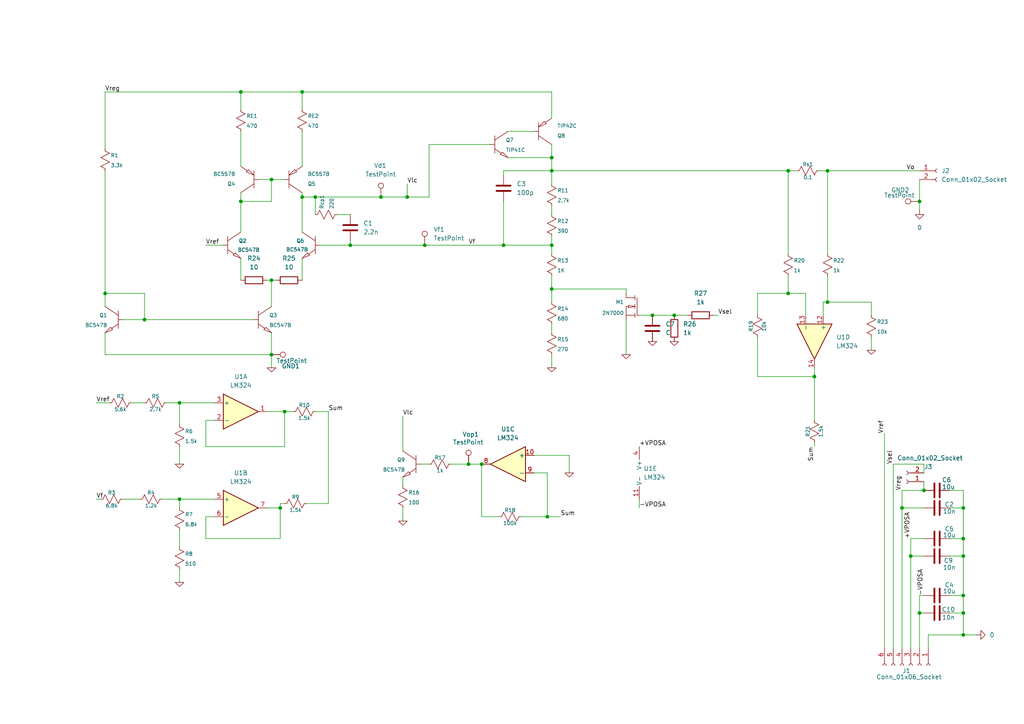
<source format=kicad_sch>
(kicad_sch (version 20231120) (generator "eeschema") (generator_version "8.0")
  (paper "A4")
  (lib_symbols
    (symbol "Amplifier_Operational:LM324" (pin_names (offset 0.127))
      (property "Reference" "U" (at 0 5.08 0))
      (property "Value" "LM324" (at 0 -5.08 0))
      (symbol "LM324_1_1"
        (polyline (pts (xy -5.08 5.08) (xy 5.08 0) (xy -5.08 -5.08) (xy -5.08 5.08)) (stroke (width 0.254)) (fill (type background)))
        (pin output line (at 7.62 0 180) (length 2.54) (name "~") (number "1"))
        (pin input line (at -7.62 -2.54 0) (length 2.54) (name "-") (number "2"))
        (pin input line (at -7.62 2.54 0) (length 2.54) (name "+") (number "3"))
      )
      (symbol "LM324_2_1"
        (polyline (pts (xy -5.08 5.08) (xy 5.08 0) (xy -5.08 -5.08) (xy -5.08 5.08)) (stroke (width 0.254)) (fill (type background)))
        (pin input line (at -7.62 2.54 0) (length 2.54) (name "+") (number "5"))
        (pin input line (at -7.62 -2.54 0) (length 2.54) (name "-") (number "6"))
        (pin output line (at 7.62 0 180) (length 2.54) (name "~") (number "7"))
      )
      (symbol "LM324_3_1"
        (polyline (pts (xy -5.08 5.08) (xy 5.08 0) (xy -5.08 -5.08) (xy -5.08 5.08)) (stroke (width 0.254)) (fill (type background)))
        (pin input line (at -7.62 2.54 0) (length 2.54) (name "+") (number "10"))
        (pin output line (at 7.62 0 180) (length 2.54) (name "~") (number "8"))
        (pin input line (at -7.62 -2.54 0) (length 2.54) (name "-") (number "9"))
      )
      (symbol "LM324_4_1"
        (polyline (pts (xy -5.08 5.08) (xy 5.08 0) (xy -5.08 -5.08) (xy -5.08 5.08)) (stroke (width 0.254)) (fill (type background)))
        (pin input line (at -7.62 2.54 0) (length 2.54) (name "+") (number "12"))
        (pin input line (at -7.62 -2.54 0) (length 2.54) (name "-") (number "13"))
        (pin output line (at 7.62 0 180) (length 2.54) (name "~") (number "14"))
      )
      (symbol "LM324_5_1"
        (pin power_in line (at -2.54 -7.62 90) (length 3.81) (name "V-") (number "11"))
        (pin power_in line (at -2.54 7.62 270) (length 3.81) (name "V+") (number "4"))
      )
    )
    (symbol "Connector:Conn_01x02_Socket" (pin_names (offset 1.016) hide)
      (property "Reference" "J" (at 0 2.54 0))
      (property "Value" "Conn_01x02_Socket" (at 0 -5.08 0))
      (symbol "Conn_01x02_Socket_1_1"
        (arc (start 0 -2.032) (mid -0.5058 -2.54) (end 0 -3.048) (stroke (width 0.1524)))
        (polyline (pts (xy -1.27 -2.54) (xy -0.508 -2.54)) (stroke (width 0.1524)))
        (polyline (pts (xy -1.27 0) (xy -0.508 0)) (stroke (width 0.1524)))
        (arc (start 0 0.508) (mid -0.5058 0) (end 0 -0.508) (stroke (width 0.1524)))
        (pin passive line (at -5.08 0 0) (length 3.81) (name "Pin_1") (number "1"))
        (pin passive line (at -5.08 -2.54 0) (length 3.81) (name "Pin_2") (number "2"))
      )
    )
    (symbol "Connector:Conn_01x06_Socket" (pin_names (offset 1.016) hide)
      (property "Reference" "J" (at 0 7.62 0))
      (property "Value" "Conn_01x06_Socket" (at 0 -10.16 0))
      (symbol "Conn_01x06_Socket_1_1"
        (arc (start 0 -7.112) (mid -0.5058 -7.62) (end 0 -8.128) (stroke (width 0.1524)))
        (arc (start 0 -4.572) (mid -0.5058 -5.08) (end 0 -5.588) (stroke (width 0.1524)))
        (arc (start 0 -2.032) (mid -0.5058 -2.54) (end 0 -3.048) (stroke (width 0.1524)))
        (polyline (pts (xy -1.27 -7.62) (xy -0.508 -7.62)) (stroke (width 0.1524)))
        (polyline (pts (xy -1.27 -5.08) (xy -0.508 -5.08)) (stroke (width 0.1524)))
        (polyline (pts (xy -1.27 -2.54) (xy -0.508 -2.54)) (stroke (width 0.1524)))
        (polyline (pts (xy -1.27 0) (xy -0.508 0)) (stroke (width 0.1524)))
        (polyline (pts (xy -1.27 2.54) (xy -0.508 2.54)) (stroke (width 0.1524)))
        (polyline (pts (xy -1.27 5.08) (xy -0.508 5.08)) (stroke (width 0.1524)))
        (arc (start 0 0.508) (mid -0.5058 0) (end 0 -0.508) (stroke (width 0.1524)))
        (arc (start 0 3.048) (mid -0.5058 2.54) (end 0 2.032) (stroke (width 0.1524)))
        (arc (start 0 5.588) (mid -0.5058 5.08) (end 0 4.572) (stroke (width 0.1524)))
        (pin passive line (at -5.08 5.08 0) (length 3.81) (name "Pin_1") (number "1"))
        (pin passive line (at -5.08 2.54 0) (length 3.81) (name "Pin_2") (number "2"))
        (pin passive line (at -5.08 0 0) (length 3.81) (name "Pin_3") (number "3"))
        (pin passive line (at -5.08 -2.54 0) (length 3.81) (name "Pin_4") (number "4"))
        (pin passive line (at -5.08 -5.08 0) (length 3.81) (name "Pin_5") (number "5"))
        (pin passive line (at -5.08 -7.62 0) (length 3.81) (name "Pin_6") (number "6"))
      )
    )
    (symbol "Connector:TestPoint" (pin_numbers hide) (pin_names (offset 0.762) hide)
      (property "Reference" "TP" (at 0 6.858 0))
      (property "Value" "TestPoint" (at 0 5.08 0))
      (symbol "TestPoint_0_1"
        (circle (center 0 3.302) (radius 0.762))
      )
      (symbol "TestPoint_1_1"
        (pin passive line (at 0 0 90) (length 2.54) (name "1") (number "1"))
      )
    )
    (symbol "Device:C" (pin_numbers hide) (pin_names (offset 0.254))
      (property "Reference" "C" (at 0.635 2.54 0))
      (property "Value" "C" (at 0.635 -2.54 0))
      (symbol "C_0_1"
        (polyline (pts (xy -2.032 -0.762) (xy 2.032 -0.762)) (stroke (width 0.508)))
        (polyline (pts (xy -2.032 0.762) (xy 2.032 0.762)) (stroke (width 0.508)))
      )
      (symbol "C_1_1"
        (pin passive line (at 0 3.81 270) (length 2.794) (name "~") (number "1"))
        (pin passive line (at 0 -3.81 90) (length 2.794) (name "~") (number "2"))
      )
    )
    (symbol "Device:R" (pin_numbers hide) (pin_names (offset 0))
      (property "Reference" "R" (at 2.032 0 90))
      (property "Value" "R" (at 0 0 90))
      (symbol "R_0_1"
        (rectangle (start -1.016 -2.54) (end 1.016 2.54) (stroke (width 0.254)))
      )
      (symbol "R_1_1"
        (pin passive line (at 0 3.81 270) (length 1.27) (name "~") (number "1"))
        (pin passive line (at 0 -3.81 90) (length 1.27) (name "~") (number "2"))
      )
    )
    (symbol "ltspice:GND" (power)
      (symbol "GND_0_0"
        (polyline (pts (xy 1.27 0) (xy -1.27 0) (xy 0 -1.1938) (xy 1.27 0) (xy -1.27 0) (xy 0 -1.1938)) (stroke (width 0.1524)))
        (pin power_in line (at 0 0 0) (length 0.0005) (name "") (number ""))
      )
    )
    (symbol "ltspice:nmos" (pin_numbers hide)
      (symbol "nmos_0_0"
        (polyline (pts (xy 0.635 -6.35) (xy 0 -6.35)) (stroke (width 0.1524)))
        (polyline (pts (xy 0.635 -6.35) (xy 0.635 -1.27)) (stroke (width 0.1524)))
        (polyline (pts (xy 1.27 -6.985) (xy 1.27 -5.715)) (stroke (width 0.1524)))
        (polyline (pts (xy 1.27 -4.445) (xy 1.27 -3.175)) (stroke (width 0.1524)))
        (polyline (pts (xy 1.27 -1.905) (xy 1.27 -0.635)) (stroke (width 0.1524)))
        (polyline (pts (xy 1.27 -1.27) (xy 3.81 -1.27)) (stroke (width 0.1524)))
        (polyline (pts (xy 3.175 -4.1402) (xy 1.27 -3.81)) (stroke (width 0.1524)))
        (polyline (pts (xy 3.175 -4.1402) (xy 3.175 -3.5052)) (stroke (width 0.1524)))
        (polyline (pts (xy 3.175 -3.5052) (xy 1.27 -3.81)) (stroke (width 0.1524)))
        (polyline (pts (xy 3.81 -7.62) (xy 3.81 -3.81)) (stroke (width 0.1524)))
        (polyline (pts (xy 3.81 -6.35) (xy 1.27 -6.35)) (stroke (width 0.1524)))
        (polyline (pts (xy 3.81 -3.81) (xy 3.175 -3.81)) (stroke (width 0.1524)))
        (polyline (pts (xy 3.81 -1.27) (xy 3.81 0)) (stroke (width 0.1524)))
        (pin passive line (at 3.81 0 0) (length 0.0005) (name "D") (number "1"))
        (pin passive line (at 0 -6.35 0) (length 0.0005) (name "G") (number "2"))
        (pin passive line (at 3.81 -7.62 0) (length 0.0005) (name "S") (number "3"))
      )
    )
    (symbol "ltspice:npn" (pin_numbers hide)
      (symbol "npn_0_0"
        (polyline (pts (xy 0 -3.81) (xy 1.27 -3.81)) (stroke (width 0.1524)))
        (polyline (pts (xy 1.27 -5.08) (xy 3.175 -6.35)) (stroke (width 0.1524)))
        (polyline (pts (xy 1.27 -1.27) (xy 1.27 -6.35)) (stroke (width 0.1524)))
        (polyline (pts (xy 2.8702 -6.6802) (xy 3.5052 -6.0452)) (stroke (width 0.1524)))
        (polyline (pts (xy 2.8702 -6.6802) (xy 5.08 -7.62)) (stroke (width 0.1524)))
        (polyline (pts (xy 3.5052 -6.0452) (xy 5.08 -7.62)) (stroke (width 0.1524)))
        (polyline (pts (xy 5.08 0) (xy 1.27 -2.54)) (stroke (width 0.1524)))
        (pin passive line (at 5.08 0 0) (length 0.0005) (name "C") (number "1"))
        (pin passive line (at 0 -3.81 0) (length 0.0005) (name "B") (number "2"))
        (pin passive line (at 5.08 -7.62 0) (length 0.0005) (name "E") (number "3"))
      )
    )
    (symbol "ltspice:pnp" (pin_numbers hide)
      (symbol "pnp_0_0"
        (polyline (pts (xy 0 -3.81) (xy 1.27 -3.81)) (stroke (width 0.1524)))
        (polyline (pts (xy 1.27 -1.27) (xy 1.27 -6.35)) (stroke (width 0.1524)))
        (polyline (pts (xy 2.8702 -6.6802) (xy 1.27 -5.08)) (stroke (width 0.1524)))
        (polyline (pts (xy 2.8702 -6.6802) (xy 3.5052 -6.0452)) (stroke (width 0.1524)))
        (polyline (pts (xy 3.5052 -6.0452) (xy 1.27 -5.08)) (stroke (width 0.1524)))
        (polyline (pts (xy 5.08 -7.62) (xy 3.175 -6.35)) (stroke (width 0.1524)))
        (polyline (pts (xy 5.08 0) (xy 1.27 -2.54)) (stroke (width 0.1524)))
        (pin passive line (at 5.08 0 0) (length 0.0005) (name "C") (number "1"))
        (pin passive line (at 0 -3.81 0) (length 0.0005) (name "B") (number "2"))
        (pin passive line (at 5.08 -7.62 0) (length 0.0005) (name "E") (number "3"))
      )
    )
    (symbol "ltspice:res" (pin_numbers hide)
      (symbol "res_0_0"
        (polyline (pts (xy 0 -6.35) (xy 2.54 -5.08)) (stroke (width 0.1524)))
        (polyline (pts (xy 0 -3.81) (xy 2.54 -2.54)) (stroke (width 0.1524)))
        (polyline (pts (xy 1.27 -7.62) (xy 1.27 -6.985)) (stroke (width 0.1524)))
        (polyline (pts (xy 1.27 -6.985) (xy 0 -6.35)) (stroke (width 0.1524)))
        (polyline (pts (xy 1.27 -1.905) (xy 1.27 -1.27)) (stroke (width 0.1524)))
        (polyline (pts (xy 2.54 -5.08) (xy 0 -3.81)) (stroke (width 0.1524)))
        (polyline (pts (xy 2.54 -2.54) (xy 1.27 -1.905)) (stroke (width 0.1524)))
        (pin passive line (at 1.27 -1.27 0) (length 0.0005) (name "") (number "1"))
        (pin passive line (at 1.27 -7.62 0) (length 0.0005) (name "") (number "2"))
      )
    )
    (symbol "power:GND" (power) (pin_numbers hide) (pin_names (offset 0) hide)
      (property "Value" "GND" (at 0 -3.81 0))
      (symbol "GND_0_1"
        (polyline (pts (xy 0 0) (xy 0 -1.27) (xy 1.27 -1.27) (xy 0 -2.54) (xy -1.27 -1.27) (xy 0 -1.27)))
      )
      (symbol "GND_1_1"
        (pin power_in line (at 0 0 270) (length 0) (name "~") (number "1"))
      )
    )
  )
  (junction (at 135.89 134.62))
  (junction (at 279.4 172.72))
  (junction (at 279.4 184.15))
  (junction (at 160.02 45.72))
  (junction (at 160.02 49.53))
  (junction (at 240.03 49.53))
  (junction (at 266.7 58.42))
  (junction (at 139.7 134.62))
  (junction (at 146.05 71.12))
  (junction (at 267.97 142.24))
  (junction (at 87.63 26.67))
  (junction (at 228.6 85.09))
  (junction (at 69.85 58.42))
  (junction (at 279.4 156.21))
  (junction (at 81.28 147.32))
  (junction (at 279.4 177.8))
  (junction (at 228.6 49.53))
  (junction (at 41.91 92.71))
  (junction (at 261.62 147.32))
  (junction (at 30.48 85.09))
  (junction (at 266.7 177.8))
  (junction (at 123.19 71.12))
  (junction (at 101.6 71.12))
  (junction (at 52.07 116.84))
  (junction (at 78.74 102.87))
  (junction (at 195.58 91.44))
  (junction (at 279.4 161.29))
  (junction (at 158.75 149.86))
  (junction (at 236.22 109.22))
  (junction (at 87.63 57.15))
  (junction (at 118.11 57.15))
  (junction (at 279.4 147.32))
  (junction (at 160.02 83.82))
  (junction (at 240.03 87.63))
  (junction (at 110.49 57.15))
  (junction (at 189.23 91.44))
  (junction (at 52.07 144.78))
  (junction (at 78.74 52.07))
  (junction (at 160.02 71.12))
  (junction (at 69.85 26.67))
  (junction (at 78.74 81.28))
  (junction (at 82.55 119.38))
  (junction (at 91.44 57.15))
  (junction (at 264.16 161.29))
  (wire (pts (xy 30.48 102.87) (xy 30.48 96.52)) (stroke (width 0.1524)))
  (wire (pts (xy 181.61 83.82) (xy 160.02 83.82)) (stroke (width 0.1524)))
  (wire (pts (xy 87.63 57.15) (xy 87.63 55.88)) (stroke (width 0.1524)))
  (wire (pts (xy 52.07 147.32) (xy 52.07 144.78)) (stroke (width 0.1524)))
  (wire (pts (xy 87.63 57.15) (xy 87.63 67.31)) (stroke (width 0.1524)))
  (wire (pts (xy 233.68 91.44) (xy 233.68 85.09)) (stroke (width 0.1524)))
  (wire (pts (xy 158.75 149.86) (xy 151.13 149.86)) (stroke (width 0.1524)))
  (wire (pts (xy 78.74 58.42) (xy 69.85 58.42)) (stroke (width 0.1524)))
  (wire (pts (xy 69.85 48.26) (xy 69.85 38.1)) (stroke (width 0.1524)))
  (wire (pts (xy 266.7 52.07) (xy 266.7 58.42)))
  (wire (pts (xy 261.62 147.32) (xy 261.62 187.96)))
  (wire (pts (xy 95.25 146.05) (xy 95.25 119.38)) (stroke (width 0.1524)))
  (wire (pts (xy 259.08 134.62) (xy 267.97 134.62)))
  (wire (pts (xy 52.07 144.78) (xy 46.99 144.78)) (stroke (width 0.1524)))
  (wire (pts (xy 275.59 156.21) (xy 279.4 156.21)))
  (wire (pts (xy 256.54 125.73) (xy 256.54 187.96)))
  (wire (pts (xy 275.59 142.24) (xy 279.4 142.24)))
  (wire (pts (xy 82.55 119.38) (xy 85.09 119.38)) (stroke (width 0.1524)))
  (wire (pts (xy 165.1 132.08) (xy 165.1 137.16)) (stroke (width 0.1524)))
  (wire (pts (xy 240.03 49.53) (xy 237.49 49.53)) (stroke (width 0.1524)))
  (wire (pts (xy 62.23 144.78) (xy 52.07 144.78)) (stroke (width 0.1524)))
  (wire (pts (xy 240.03 49.53) (xy 240.03 73.66)) (stroke (width 0.1524)))
  (wire (pts (xy 279.4 177.8) (xy 279.4 184.15)))
  (wire (pts (xy 228.6 85.09) (xy 228.6 80.01)) (stroke (width 0.1524)))
  (wire (pts (xy 146.05 58.42) (xy 146.05 71.12)))
  (wire (pts (xy 146.05 49.53) (xy 160.02 49.53)))
  (wire (pts (xy 160.02 96.52) (xy 160.02 93.98)) (stroke (width 0.1524)))
  (wire (pts (xy 160.02 68.58) (xy 160.02 71.12)) (stroke (width 0.1524)))
  (wire (pts (xy 228.6 49.53) (xy 231.14 49.53)) (stroke (width 0.1524)))
  (wire (pts (xy 41.91 92.71) (xy 35.56 92.71)) (stroke (width 0.1524)))
  (wire (pts (xy 87.63 77.47) (xy 87.63 74.93)) (stroke (width 0.1524)))
  (wire (pts (xy 189.23 91.44) (xy 185.42 91.44)) (stroke (width 0.1524)))
  (wire (pts (xy 87.63 48.26) (xy 87.63 38.1)) (stroke (width 0.1524)))
  (wire (pts (xy 91.44 57.15) (xy 110.49 57.15)))
  (wire (pts (xy 27.94 116.84) (xy 31.75 116.84)) (stroke (width 0.1524)))
  (wire (pts (xy 87.63 31.75) (xy 87.63 26.67)) (stroke (width 0.1524)))
  (wire (pts (xy 240.03 87.63) (xy 240.03 80.01)) (stroke (width 0.1524)))
  (wire (pts (xy 52.07 134.62) (xy 52.07 129.54)) (stroke (width 0.1524)))
  (wire (pts (xy 30.48 85.09) (xy 30.48 49.53)) (stroke (width 0.1524)))
  (wire (pts (xy 87.63 26.67) (xy 69.85 26.67)) (stroke (width 0.1524)))
  (wire (pts (xy 236.22 109.22) (xy 236.22 121.92)) (stroke (width 0.1524)))
  (wire (pts (xy 124.46 134.62) (xy 121.92 134.62)) (stroke (width 0.1524)))
  (wire (pts (xy 279.4 184.15) (xy 269.24 184.15)))
  (wire (pts (xy 130.81 134.62) (xy 135.89 134.62)) (stroke (width 0.1524)))
  (wire (pts (xy 275.59 172.72) (xy 279.4 172.72)))
  (wire (pts (xy 77.47 147.32) (xy 81.28 147.32)) (stroke (width 0.1524)))
  (wire (pts (xy 236.22 128.27) (xy 236.22 129.54)) (stroke (width 0.1524)))
  (wire (pts (xy 41.91 92.71) (xy 41.91 85.09)) (stroke (width 0.1524)))
  (wire (pts (xy 160.02 49.53) (xy 160.02 45.72)) (stroke (width 0.1524)))
  (wire (pts (xy 279.4 156.21) (xy 279.4 161.29)))
  (wire (pts (xy 146.05 50.8) (xy 146.05 49.53)))
  (wire (pts (xy 139.7 134.62) (xy 139.7 149.86)) (stroke (width 0.1524)))
  (wire (pts (xy 91.44 57.15) (xy 91.44 62.23)))
  (wire (pts (xy 116.84 151.13) (xy 116.84 147.32)) (stroke (width 0.1524)))
  (wire (pts (xy 62.23 116.84) (xy 52.07 116.84)) (stroke (width 0.1524)))
  (wire (pts (xy 266.7 177.8) (xy 267.97 177.8)))
  (wire (pts (xy 77.47 119.38) (xy 82.55 119.38)) (stroke (width 0.1524)))
  (wire (pts (xy 261.62 142.24) (xy 261.62 147.32)))
  (wire (pts (xy 97.79 62.23) (xy 101.6 62.23)))
  (wire (pts (xy 269.24 184.15) (xy 269.24 187.96)))
  (wire (pts (xy 81.28 147.32) (xy 81.28 156.21)) (stroke (width 0.1524)))
  (wire (pts (xy 238.76 91.44) (xy 238.76 87.63)) (stroke (width 0.1524)))
  (wire (pts (xy 123.19 71.12) (xy 146.05 71.12)) (stroke (width 0.1524)))
  (wire (pts (xy 95.25 146.05) (xy 88.9 146.05)) (stroke (width 0.1524)))
  (wire (pts (xy 160.02 106.68) (xy 160.02 102.87)) (stroke (width 0.1524)))
  (wire (pts (xy 267.97 134.62) (xy 267.97 137.16)))
  (wire (pts (xy 181.61 102.87) (xy 181.61 92.71)) (stroke (width 0.1524)))
  (wire (pts (xy 266.7 177.8) (xy 266.7 187.96)))
  (wire (pts (xy 30.48 43.18) (xy 30.48 26.67)) (stroke (width 0.1524)))
  (wire (pts (xy 279.4 147.32) (xy 279.4 156.21)))
  (wire (pts (xy 228.6 49.53) (xy 228.6 73.66)) (stroke (width 0.1524)))
  (wire (pts (xy 52.07 153.67) (xy 52.07 158.75)))
  (wire (pts (xy 52.07 123.19) (xy 52.07 116.84)) (stroke (width 0.1524)))
  (wire (pts (xy 41.91 116.84) (xy 38.1 116.84)) (stroke (width 0.1524)))
  (wire (pts (xy 59.69 71.12) (xy 64.77 71.12)) (stroke (width 0.1524)))
  (wire (pts (xy 160.02 53.34) (xy 160.02 49.53)) (stroke (width 0.1524)))
  (wire (pts (xy 35.56 144.78) (xy 40.64 144.78)))
  (wire (pts (xy 160.02 83.82) (xy 160.02 80.01)) (stroke (width 0.1524)))
  (wire (pts (xy 275.59 161.29) (xy 279.4 161.29)))
  (wire (pts (xy 142.24 41.91) (xy 124.46 41.91)) (stroke (width 0.1524)))
  (wire (pts (xy 87.63 57.15) (xy 91.44 57.15)) (stroke (width 0.1524)))
  (wire (pts (xy 81.28 156.21) (xy 59.69 156.21)) (stroke (width 0.1524)))
  (wire (pts (xy 78.74 58.42) (xy 78.74 52.07)) (stroke (width 0.1524)))
  (wire (pts (xy 116.84 140.97) (xy 116.84 138.43)) (stroke (width 0.1524)))
  (wire (pts (xy 228.6 85.09) (xy 233.68 85.09)) (stroke (width 0.1524)))
  (wire (pts (xy 283.21 184.15) (xy 279.4 184.15)))
  (wire (pts (xy 135.89 134.62) (xy 139.7 134.62)) (stroke (width 0.1524)))
  (wire (pts (xy 158.75 137.16) (xy 154.94 137.16)) (stroke (width 0.1524)))
  (wire (pts (xy 82.55 129.54) (xy 82.55 119.38)) (stroke (width 0.1524)))
  (wire (pts (xy 275.59 177.8) (xy 279.4 177.8)))
  (wire (pts (xy 160.02 45.72) (xy 147.32 45.72)) (stroke (width 0.1524)))
  (wire (pts (xy 160.02 34.29) (xy 160.02 26.67)) (stroke (width 0.1524)))
  (wire (pts (xy 207.01 91.44) (xy 208.28 91.44)))
  (wire (pts (xy 261.62 142.24) (xy 267.97 142.24)))
  (wire (pts (xy 266.7 172.72) (xy 266.7 177.8)))
  (wire (pts (xy 252.73 87.63) (xy 252.73 91.44)) (stroke (width 0.1524)))
  (wire (pts (xy 264.16 161.29) (xy 264.16 187.96)))
  (wire (pts (xy 219.71 97.79) (xy 219.71 109.22)) (stroke (width 0.1524)))
  (wire (pts (xy 81.28 146.05) (xy 81.28 147.32)) (stroke (width 0.1524)))
  (wire (pts (xy 52.07 165.1) (xy 52.07 168.91)))
  (wire (pts (xy 59.69 129.54) (xy 59.69 121.92)) (stroke (width 0.1524)))
  (wire (pts (xy 101.6 69.85) (xy 101.6 71.12)))
  (wire (pts (xy 82.55 146.05) (xy 81.28 146.05)) (stroke (width 0.1524)))
  (wire (pts (xy 77.47 81.28) (xy 78.74 81.28)))
  (wire (pts (xy 266.7 172.72) (xy 267.97 172.72)))
  (wire (pts (xy 219.71 85.09) (xy 228.6 85.09)) (stroke (width 0.1524)))
  (wire (pts (xy 154.94 132.08) (xy 165.1 132.08)) (stroke (width 0.1524)))
  (wire (pts (xy 95.25 119.38) (xy 91.44 119.38)) (stroke (width 0.1524)))
  (wire (pts (xy 279.4 161.29) (xy 279.4 172.72)))
  (wire (pts (xy 236.22 106.68) (xy 236.22 109.22)) (stroke (width 0.1524)))
  (wire (pts (xy 101.6 71.12) (xy 123.19 71.12)) (stroke (width 0.1524)))
  (wire (pts (xy 261.62 147.32) (xy 267.97 147.32)))
  (wire (pts (xy 219.71 109.22) (xy 236.22 109.22)) (stroke (width 0.1524)))
  (wire (pts (xy 92.71 71.12) (xy 101.6 71.12)) (stroke (width 0.1524)))
  (wire (pts (xy 185.42 147.32) (xy 185.42 144.78)))
  (wire (pts (xy 78.74 81.28) (xy 80.01 81.28)))
  (wire (pts (xy 238.76 87.63) (xy 240.03 87.63)) (stroke (width 0.1524)))
  (wire (pts (xy 158.75 149.86) (xy 162.56 149.86)) (stroke (width 0.1524)))
  (wire (pts (xy 78.74 102.87) (xy 78.74 96.52)) (stroke (width 0.1524)))
  (wire (pts (xy 160.02 26.67) (xy 87.63 26.67)) (stroke (width 0.1524)))
  (wire (pts (xy 160.02 49.53) (xy 228.6 49.53)) (stroke (width 0.1524)))
  (wire (pts (xy 279.4 172.72) (xy 279.4 177.8)))
  (wire (pts (xy 154.94 38.1) (xy 147.32 38.1)) (stroke (width 0.1524)))
  (wire (pts (xy 78.74 106.68) (xy 78.74 102.87)) (stroke (width 0.1524)))
  (wire (pts (xy 87.63 77.47) (xy 87.63 81.28)))
  (wire (pts (xy 41.91 85.09) (xy 30.48 85.09)) (stroke (width 0.1524)))
  (wire (pts (xy 78.74 81.28) (xy 78.74 88.9)))
  (wire (pts (xy 69.85 67.31) (xy 69.85 58.42)) (stroke (width 0.1524)))
  (wire (pts (xy 69.85 74.93) (xy 69.85 81.28)) (stroke (width 0.1524)))
  (wire (pts (xy 69.85 58.42) (xy 69.85 55.88)) (stroke (width 0.1524)))
  (wire (pts (xy 264.16 161.29) (xy 267.97 161.29)))
  (wire (pts (xy 195.58 91.44) (xy 199.39 91.44)))
  (wire (pts (xy 59.69 156.21) (xy 59.69 149.86)) (stroke (width 0.1524)))
  (wire (pts (xy 267.97 139.7) (xy 267.97 142.24)))
  (wire (pts (xy 279.4 142.24) (xy 279.4 147.32)))
  (wire (pts (xy 240.03 87.63) (xy 252.73 87.63)) (stroke (width 0.1524)))
  (wire (pts (xy 110.49 57.15) (xy 118.11 57.15)))
  (wire (pts (xy 69.85 31.75) (xy 69.85 26.67)) (stroke (width 0.1524)))
  (wire (pts (xy 29.21 144.78) (xy 27.94 144.78)) (stroke (width 0.1524)))
  (wire (pts (xy 160.02 87.63) (xy 160.02 83.82)) (stroke (width 0.1524)))
  (wire (pts (xy 82.55 129.54) (xy 59.69 129.54)) (stroke (width 0.1524)))
  (wire (pts (xy 160.02 62.23) (xy 160.02 59.69)) (stroke (width 0.1524)))
  (wire (pts (xy 118.11 57.15) (xy 124.46 57.15)) (stroke (width 0.1524)))
  (wire (pts (xy 252.73 97.79) (xy 252.73 101.6)))
  (wire (pts (xy 181.61 85.09) (xy 181.61 83.82)) (stroke (width 0.1524)))
  (wire (pts (xy 219.71 85.09) (xy 219.71 91.44)) (stroke (width 0.1524)))
  (wire (pts (xy 78.74 102.87) (xy 30.48 102.87)) (stroke (width 0.1524)))
  (wire (pts (xy 240.03 49.53) (xy 266.7 49.53)) (stroke (width 0.1524)))
  (wire (pts (xy 124.46 57.15) (xy 124.46 41.91)) (stroke (width 0.1524)))
  (wire (pts (xy 82.55 52.07) (xy 78.74 52.07)) (stroke (width 0.1524)))
  (wire (pts (xy 264.16 156.21) (xy 264.16 161.29)))
  (wire (pts (xy 264.16 156.21) (xy 267.97 156.21)))
  (wire (pts (xy 259.08 134.62) (xy 259.08 187.96)))
  (wire (pts (xy 116.84 130.81) (xy 116.84 120.65)) (stroke (width 0.1524)))
  (wire (pts (xy 146.05 71.12) (xy 160.02 71.12)) (stroke (width 0.1524)))
  (wire (pts (xy 275.59 147.32) (xy 279.4 147.32)))
  (wire (pts (xy 78.74 52.07) (xy 74.93 52.07)) (stroke (width 0.1524)))
  (wire (pts (xy 160.02 71.12) (xy 160.02 73.66)) (stroke (width 0.1524)))
  (wire (pts (xy 158.75 137.16) (xy 158.75 149.86)) (stroke (width 0.1524)))
  (wire (pts (xy 266.7 58.42) (xy 266.7 60.96)))
  (wire (pts (xy 30.48 88.9) (xy 30.48 85.09)) (stroke (width 0.1524)))
  (wire (pts (xy 73.66 92.71) (xy 41.91 92.71)) (stroke (width 0.1524)))
  (wire (pts (xy 52.07 116.84) (xy 48.26 116.84)) (stroke (width 0.1524)))
  (wire (pts (xy 118.11 57.15) (xy 118.11 53.34)) (stroke (width 0.1524)))
  (wire (pts (xy 195.58 91.44) (xy 189.23 91.44)) (stroke (width 0.1524)))
  (wire (pts (xy 59.69 121.92) (xy 62.23 121.92)) (stroke (width 0.1524)))
  (wire (pts (xy 69.85 26.67) (xy 30.48 26.67)) (stroke (width 0.1524)))
  (wire (pts (xy 160.02 45.72) (xy 160.02 41.91)) (stroke (width 0.1524)))
  (wire (pts (xy 144.78 149.86) (xy 139.7 149.86)) (stroke (width 0.1524)))
  (wire (pts (xy 62.23 149.86) (xy 59.69 149.86)) (stroke (width 0.1524)))
  (label "Vlc" (at 118.11 53.34 0))
  (label "Vref" (at 256.54 125.73 90))
  (label "-VPOSA" (at 185.42 147.32 0))
  (label "Vref" (at 59.69 71.12 0))
  (label "Vf" (at 27.94 144.78 0))
  (label "Vref" (at 27.94 116.84 0))
  (label "Vsel" (at 208.28 91.44 0))
  (label "Vreg" (at 261.62 142.24 90))
  (label "Vsel" (at 259.08 134.62 90))
  (label "Vreg" (at 30.48 26.67 0))
  (label "Sum" (at 162.56 149.86 0))
  (label "+VPOSA" (at 185.42 129.54 0))
  (label "+VPOSA" (at 264.16 156.21 90))
  (label "Sum" (at 95.25 119.38 0))
  (label "Vlc" (at 116.84 120.65 0))
  (label "Vf" (at 135.89 71.12 0))
  (label "Sum" (at 236.22 129.54 270))
  (label "-VPOSA" (at 267.97 172.72 90))
  (label "Vo" (at 262.89 49.53 0))
  (symbol (lib_id "ltspice:res") (at 50.8 146.05 0) (unit 1)
    (property "Reference" "R7" (at 53.6702 149.225 0) (effects (font (size 1.0668 1.0668)) (justify left)))
    (property "Value" "6.8k" (at 53.6702 152.0952 0) (effects (font (size 1.0668 1.0668)) (justify left)))
    (property "Footprint" "Resistor_THT:R_Axial_DIN0207_L6.3mm_D2.5mm_P7.62mm_Horizontal" (effects (hide yes)))
    (property "Sim.Device" "R" (effects (hide yes)))
    (property "Sim.Params" "R=${VALUE}" (effects (hide yes)))
  )
  (symbol (lib_id "Device:C") (at 101.6 66.04 0) (unit 1)
    (property "Reference" "C1" (at 105.41 64.7699 0) (effects (justify left)))
    (property "Value" "2.2n" (at 105.41 67.3099 0) (effects (justify left)))
    (property "Footprint" "Capacitor_THT:C_Disc_D3.4mm_W2.1mm_P2.50mm" (effects (hide yes)))
    (property "Description" "Unpolarized capacitor" (effects (hide yes)))
  )
  (symbol (lib_id "ltspice:res") (at 238.76 72.39 0) (unit 1)
    (property "Reference" "R22" (at 241.6302 75.565 0) (effects (font (size 1.0668 1.0668)) (justify left)))
    (property "Value" "1k" (at 241.6302 78.4352 0) (effects (font (size 1.0668 1.0668)) (justify left)))
    (property "Footprint" "Resistor_THT:R_Axial_DIN0207_L6.3mm_D2.5mm_P7.62mm_Horizontal" (effects (hide yes)))
    (property "Sim.Device" "R" (effects (hide yes)))
    (property "Sim.Params" "R=${VALUE}" (effects (hide yes)))
  )
  (symbol (lib_id "Device:C") (at 271.78 156.21 90) (unit 1)
    (property "Reference" "C5" (at 275.336 153.416 90))
    (property "Value" "10u" (at 275.336 155.194 90))
    (property "Footprint" "Capacitor_THT:CP_Radial_D5.0mm_P2.50mm" (effects (hide yes)))
    (property "Description" "Unpolarized capacitor" (effects (hide yes)))
  )
  (symbol (lib_id "ltspice:npn") (at 142.24 38.1 0) (unit 1)
    (property "Reference" "Q7" (at 146.685 40.64 0) (effects (font (size 1.0668 1.0668)) (justify left)))
    (property "Value" "TIP41C" (at 146.685 43.5102 0) (effects (font (size 1.0668 1.0668)) (justify left)))
    (property "Footprint" "Package_TO_SOT_THT:TO-92L_Inline_Wide" (effects (hide yes)))
    (property "Sim.Device" "SPICE" (effects (hide yes)))
    (property "Sim.Params" "model=\"TIP41C\"" (effects (hide yes)))
  )
  (symbol (lib_id "ltspice:res") (at 238.76 48.26 270) (unit 1)
    (property "Reference" "Rs1" (at 234.315 48.26 90) (effects (font (size 1.0668 1.0668)) (justify bottom)))
    (property "Value" "0.1" (at 234.315 50.8 90) (effects (font (size 1.0668 1.0668)) (justify top)))
    (property "Footprint" "Resistor_THT:R_Axial_Power_L25.0mm_W6.4mm_P30.48mm" (effects (hide yes)))
    (property "Sim.Device" "R" (effects (hide yes)))
    (property "Sim.Params" "R=${VALUE}" (effects (hide yes)))
  )
  (symbol (lib_id "ltspice:res") (at 29.21 41.91 0) (unit 1)
    (property "Reference" "R1" (at 32.0802 45.085 0) (effects (font (size 1.0668 1.0668)) (justify left)))
    (property "Value" "3.3k" (at 32.0802 47.9552 0) (effects (font (size 1.0668 1.0668)) (justify left)))
    (property "Footprint" "Resistor_THT:R_Axial_DIN0207_L6.3mm_D2.5mm_P7.62mm_Horizontal" (effects (hide yes)))
    (property "Sim.Device" "R" (effects (hide yes)))
    (property "Sim.Params" "R=${VALUE}" (effects (hide yes)))
  )
  (symbol (lib_id "Device:R") (at 203.2 91.44 90) (unit 1)
    (property "Reference" "R27" (at 203.2 85.09 90))
    (property "Value" "1k" (at 203.2 87.63 90))
    (property "Footprint" "Resistor_THT:R_Axial_DIN0207_L6.3mm_D2.5mm_P7.62mm_Horizontal" (effects (hide yes)))
    (property "Description" "Resistor" (effects (hide yes)))
  )
  (symbol (lib_id "ltspice:res") (at 251.46 90.17 0) (unit 1)
    (property "Reference" "R23" (at 254.3302 93.345 0) (effects (font (size 1.0668 1.0668)) (justify left)))
    (property "Value" "10k" (at 254.3302 96.2152 0) (effects (font (size 1.0668 1.0668)) (justify left)))
    (property "Footprint" "Resistor_THT:R_Axial_DIN0207_L6.3mm_D2.5mm_P7.62mm_Horizontal" (effects (hide yes)))
    (property "Sim.Device" "R" (effects (hide yes)))
    (property "Sim.Params" "R=${VALUE}" (effects (hide yes)))
  )
  (symbol (lib_id "ltspice:res") (at 90.17 63.5 90) (unit 1)
    (property "Reference" "Rcp1" (at 93.345 60.6298 0) (effects (font (size 1.0668 1.0668)) (justify left)))
    (property "Value" "220" (at 96.2152 60.6298 0) (effects (font (size 1.0668 1.0668)) (justify left)))
    (property "Footprint" "Resistor_THT:R_Axial_DIN0207_L6.3mm_D2.5mm_P7.62mm_Horizontal" (effects (hide yes)))
    (property "Sim.Device" "R" (effects (hide yes)))
    (property "Sim.Params" "R=${VALUE}" (effects (hide yes)))
  )
  (symbol (lib_id "Connector:Conn_01x02_Socket") (at 271.78 49.53 0) (unit 1)
    (property "Reference" "J2" (at 273.05 49.5299 0) (effects (justify left)))
    (property "Value" "Conn_01x02_Socket" (at 273.05 52.0699 0) (effects (justify left)))
    (property "Footprint" "LDO_C2:TerminalBlock_4Ucon_1x02_P3.50mm_Horizontal(3D)" (effects (hide yes)))
    (property "Description" "Generic connector, single row, 01x02, script generated" (effects (hide yes)))
  )
  (symbol (lib_id "Connector:TestPoint") (at 135.89 134.62 0) (unit 1)
    (property "Reference" "Vop1" (at 134.112 125.984 0) (effects (justify left)))
    (property "Value" "TestPoint" (at 131.318 128.27 0) (effects (justify left)))
    (property "Footprint" "LDO_C2:TestPoint_THTPad_1.3x1.3mm_Drill0.7mm" (effects (hide yes)))
    (property "Description" "test point" (effects (hide yes)))
  )
  (symbol (lib_id "Connector:TestPoint") (at 110.49 57.15 0) (unit 1)
    (property "Reference" "Vd1" (at 108.458 48.006 0) (effects (justify left)))
    (property "Value" "TestPoint" (at 105.918 50.546 0) (effects (justify left)))
    (property "Footprint" "LDO_C2:TestPoint_THTPad_1.3x1.3mm_Drill0.7mm" (effects (hide yes)))
    (property "Description" "test point" (effects (hide yes)))
  )
  (symbol (lib_id "Device:C") (at 271.78 172.72 90) (unit 1)
    (property "Reference" "C4" (at 275.336 169.672 90))
    (property "Value" "10u" (at 275.336 171.45 90))
    (property "Footprint" "Capacitor_THT:CP_Radial_D5.0mm_P2.50mm" (effects (hide yes)))
    (property "Description" "Unpolarized capacitor" (effects (hide yes)))
  )
  (symbol (lib_id "ltspice:res") (at 218.44 90.17 0) (unit 1)
    (property "Reference" "R19" (at 218.44 94.615 90) (effects (font (size 1.0668 1.0668)) (justify bottom)))
    (property "Value" "10k" (at 220.98 94.615 90) (effects (font (size 1.0668 1.0668)) (justify top)))
    (property "Footprint" "Resistor_THT:R_Axial_DIN0207_L6.3mm_D2.5mm_P7.62mm_Horizontal" (effects (hide yes)))
    (property "Sim.Device" "R" (effects (hide yes)))
    (property "Sim.Params" "R=${VALUE}" (effects (hide yes)))
  )
  (symbol (lib_id "ltspice:res") (at 152.4 148.59 270) (unit 1)
    (property "Reference" "R18" (at 147.955 148.59 90) (effects (font (size 1.0668 1.0668)) (justify bottom)))
    (property "Value" "100k" (at 147.955 151.13 90) (effects (font (size 1.0668 1.0668)) (justify top)))
    (property "Footprint" "Resistor_THT:R_Axial_DIN0207_L6.3mm_D2.5mm_P7.62mm_Horizontal" (effects (hide yes)))
    (property "Sim.Device" "R" (effects (hide yes)))
    (property "Sim.Params" "R=${VALUE}" (effects (hide yes)))
  )
  (symbol (lib_id "ltspice:res") (at 158.75 60.96 0) (unit 1)
    (property "Reference" "R12" (at 161.6202 64.135 0) (effects (font (size 1.0668 1.0668)) (justify left)))
    (property "Value" "390" (at 161.6202 67.0052 0) (effects (font (size 1.0668 1.0668)) (justify left)))
    (property "Footprint" "Resistor_THT:R_Axial_DIN0207_L6.3mm_D2.5mm_P7.62mm_Horizontal" (effects (hide yes)))
    (property "Sim.Device" "R" (effects (hide yes)))
    (property "Sim.Params" "R=${VALUE}" (effects (hide yes)))
  )
  (symbol (lib_id "ltspice:npn") (at 121.92 130.81 0) (mirror y) (unit 1)
    (property "Reference" "Q9" (at 117.475 133.35 0) (effects (font (size 1.0668 1.0668)) (justify left)))
    (property "Value" "BC547B" (at 117.475 136.2202 0) (effects (font (size 1.0668 1.0668)) (justify left)))
    (property "Footprint" "Package_TO_SOT_THT:TO-92L_Inline_Wide" (effects (hide yes)))
    (property "Sim.Device" "SPICE" (effects (hide yes)))
    (property "Sim.Params" "model=\"BC547B\"" (effects (hide yes)))
  )
  (symbol (lib_id "ltspice:res") (at 50.8 157.48 0) (unit 1)
    (property "Reference" "R8" (at 53.6702 160.655 0) (effects (font (size 1.0668 1.0668)) (justify left)))
    (property "Value" "510" (at 53.6702 163.5252 0) (effects (font (size 1.0668 1.0668)) (justify left)))
    (property "Footprint" "Resistor_THT:R_Axial_DIN0207_L6.3mm_D2.5mm_P7.62mm_Horizontal" (effects (hide yes)))
    (property "Sim.Device" "R" (effects (hide yes)))
    (property "Sim.Params" "R=${VALUE}" (effects (hide yes)))
  )
  (symbol (lib_id "ltspice:GND") (at 160.02 106.68 0) (unit 1)
    (property "Reference" "#GND04" (effects (hide yes)))
    (property "Value" "0" (effects (hide yes)))
  )
  (symbol (lib_id "ltspice:res") (at 92.71 118.11 270) (unit 1)
    (property "Reference" "R10" (at 88.265 118.11 90) (effects (font (size 1.0668 1.0668)) (justify bottom)))
    (property "Value" "1.5k" (at 88.265 120.65 90) (effects (font (size 1.0668 1.0668)) (justify top)))
    (property "Footprint" "Resistor_THT:R_Axial_DIN0207_L6.3mm_D2.5mm_P7.62mm_Horizontal" (effects (hide yes)))
    (property "Sim.Device" "R" (effects (hide yes)))
    (property "Sim.Params" "R=${VALUE}" (effects (hide yes)))
  )
  (symbol (lib_id "ltspice:res") (at 227.33 72.39 0) (unit 1)
    (property "Reference" "R20" (at 230.2002 75.565 0) (effects (font (size 1.0668 1.0668)) (justify left)))
    (property "Value" "1k" (at 230.2002 78.4352 0) (effects (font (size 1.0668 1.0668)) (justify left)))
    (property "Footprint" "Resistor_THT:R_Axial_DIN0207_L6.3mm_D2.5mm_P7.62mm_Horizontal" (effects (hide yes)))
    (property "Sim.Device" "R" (effects (hide yes)))
    (property "Sim.Params" "R=${VALUE}" (effects (hide yes)))
  )
  (symbol (lib_id "Device:C") (at 189.23 95.25 0) (unit 1)
    (property "Reference" "C7" (at 193.04 93.9799 0) (effects (justify left)))
    (property "Value" "C" (at 193.04 96.5199 0) (effects (justify left)))
    (property "Footprint" "Capacitor_THT:CP_Radial_D5.0mm_P2.50mm" (effects (hide yes)))
    (property "Description" "Unpolarized capacitor" (effects (hide yes)))
  )
  (symbol (lib_id "ltspice:npn") (at 92.71 67.31 0) (mirror y) (unit 1)
    (property "Reference" "Q6" (at 88.265 69.85 0) (effects (font (size 1.0668 1.0668)) (justify left)))
    (property "Value" "BC547B" (at 89.3826 72.39 0) (effects (font (size 1.0668 1.0668)) (justify left)))
    (property "Footprint" "Package_TO_SOT_THT:TO-92L_Inline_Wide" (effects (hide yes)))
    (property "Sim.Device" "SPICE" (effects (hide yes)))
    (property "Sim.Params" "model=\"BC547B\"" (effects (hide yes)))
  )
  (symbol (lib_id "ltspice:res") (at 49.53 115.57 270) (unit 1)
    (property "Reference" "R5" (at 45.085 115.57 90) (effects (font (size 1.0668 1.0668)) (justify bottom)))
    (property "Value" "2.7k" (at 45.085 118.11 90) (effects (font (size 1.0668 1.0668)) (justify top)))
    (property "Footprint" "Resistor_THT:R_Axial_DIN0207_L6.3mm_D2.5mm_P7.62mm_Horizontal" (effects (hide yes)))
    (property "Sim.Device" "R" (effects (hide yes)))
    (property "Sim.Params" "R=${VALUE}" (effects (hide yes)))
  )
  (symbol (lib_id "Connector:TestPoint") (at 266.7 58.42 90) (unit 1)
    (property "Reference" "GND2" (at 261.112 55.118 90))
    (property "Value" "TestPoint" (at 260.858 56.642 90))
    (property "Footprint" "LDO_C2:TestPoint_THTPad_1.3x1.3mm_Drill0.7mm" (effects (hide yes)))
    (property "Description" "test point" (effects (hide yes)))
  )
  (symbol (lib_id "ltspice:res") (at 158.75 72.39 0) (unit 1)
    (property "Reference" "R13" (at 161.6202 75.565 0) (effects (font (size 1.0668 1.0668)) (justify left)))
    (property "Value" "1K" (at 161.6202 78.4352 0) (effects (font (size 1.0668 1.0668)) (justify left)))
    (property "Footprint" "Resistor_THT:R_Axial_DIN0207_L6.3mm_D2.5mm_P7.62mm_Horizontal" (effects (hide yes)))
    (property "Sim.Device" "R" (effects (hide yes)))
    (property "Sim.Params" "R=${VALUE}" (effects (hide yes)))
  )
  (symbol (lib_id "ltspice:nmos") (at 185.42 85.09 0) (mirror y) (unit 1)
    (property "Reference" "M1" (at 180.975 87.63 0) (effects (font (size 1.0668 1.0668)) (justify left)))
    (property "Value" "2N7000" (at 180.975 90.805 0) (effects (font (size 1.0668 1.0668)) (justify left)))
    (property "Footprint" "Package_TO_SOT_THT:TO-92L_Inline_Wide" (effects (hide yes)))
    (property "Sim.Device" "SPICE" (effects (hide yes)))
    (property "Sim.Params" "model=\"2N7002\"" (effects (hide yes)))
  )
  (symbol (lib_id "Connector:TestPoint") (at 78.74 102.87 270) (unit 1)
    (property "Reference" "GND1" (at 84.328 106.172 90))
    (property "Value" "TestPoint" (at 84.582 104.648 90))
    (property "Footprint" "LDO_C2:TestPoint_THTPad_1.3x1.3mm_Drill0.7mm" (effects (hide yes)))
    (property "Description" "test point" (effects (hide yes)))
  )
  (symbol (lib_id "ltspice:npn") (at 73.66 88.9 0) (unit 1)
    (property "Reference" "Q3" (at 78.105 91.44 0) (effects (font (size 1.0668 1.0668)) (justify left)))
    (property "Value" "BC547B" (at 78.105 94.3102 0) (effects (font (size 1.0668 1.0668)) (justify left)))
    (property "Footprint" "Package_TO_SOT_THT:TO-92L_Inline_Wide" (effects (hide yes)))
    (property "Sim.Device" "SPICE" (effects (hide yes)))
    (property "Sim.Params" "model=\"BC547B\"" (effects (hide yes)))
  )
  (symbol (lib_id "ltspice:res") (at 36.83 143.51 270) (unit 1)
    (property "Reference" "R3" (at 32.385 143.51 90) (effects (font (size 1.0668 1.0668)) (justify bottom)))
    (property "Value" "6.8k" (at 32.385 146.05 90) (effects (font (size 1.0668 1.0668)) (justify top)))
    (property "Footprint" "Resistor_THT:R_Axial_DIN0207_L6.3mm_D2.5mm_P7.62mm_Horizontal" (effects (hide yes)))
    (property "Sim.Device" "R" (effects (hide yes)))
    (property "Sim.Params" "R=${VALUE}" (effects (hide yes)))
  )
  (symbol (lib_id "ltspice:npn") (at 64.77 67.31 0) (unit 1)
    (property "Reference" "Q2" (at 69.215 69.85 0) (effects (font (size 1.0668 1.0668)) (justify left)))
    (property "Value" "BC547B" (at 68.9102 72.4662 0) (effects (font (size 1.0668 1.0668)) (justify left)))
    (property "Footprint" "Package_TO_SOT_THT:TO-92L_Inline_Wide" (effects (hide yes)))
    (property "Sim.Device" "SPICE" (effects (hide yes)))
    (property "Sim.Params" "model=\"BC547B\"" (effects (hide yes)))
  )
  (symbol (lib_id "ltspice:GND") (at 165.1 137.16 0) (unit 1)
    (property "Reference" "#GND07" (effects (hide yes)))
    (property "Value" "0" (effects (hide yes)))
  )
  (symbol (lib_id "Amplifier_Operational:LM324") (at 236.22 99.06 270) (unit 4)
    (property "Reference" "U1" (at 242.57 97.7899 90) (effects (justify left)))
    (property "Value" "LM324" (at 242.57 100.3299 90) (effects (justify left)))
    (property "Footprint" "LDO_C2:DIP-14_W7.62mm_Socket" (effects (hide yes)))
    (property "Datasheet" "http://www.ti.com/lit/ds/symlink/lm2902-n.pdf" (effects (hide yes)))
    (property "Description" "Low-Power, Quad-Operational Amplifiers, DIP-14/SOIC-14/SSOP-14" (effects (hide yes)))
  )
  (symbol (lib_id "ltspice:res") (at 39.37 115.57 270) (unit 1)
    (property "Reference" "R2" (at 34.925 115.57 90) (effects (font (size 1.0668 1.0668)) (justify bottom)))
    (property "Value" "5.6k" (at 34.925 118.11 90) (effects (font (size 1.0668 1.0668)) (justify top)))
    (property "Footprint" "Resistor_THT:R_Axial_DIN0207_L6.3mm_D2.5mm_P7.62mm_Horizontal" (effects (hide yes)))
    (property "Sim.Device" "R" (effects (hide yes)))
    (property "Sim.Params" "R=${VALUE}" (effects (hide yes)))
  )
  (symbol (lib_id "power:GND") (at 266.7 60.96 0) (unit 1)
    (property "Reference" "#PWR02" (effects (hide yes)))
    (property "Value" "0" (at 266.7 66.04 0))
    (property "Description" "Power symbol creates a global label with name \"GND\" , ground" (effects (hide yes)))
  )
  (symbol (lib_id "ltspice:pnp") (at 82.55 55.88 0) (mirror x) (unit 1)
    (property "Reference" "Q5" (at 89.2302 53.34 0) (effects (font (size 1.0668 1.0668)) (justify left)))
    (property "Value" "BC557B" (at 89.2302 50.4698 0) (effects (font (size 1.0668 1.0668)) (justify left)))
    (property "Footprint" "Package_TO_SOT_THT:TO-92L_Inline_Wide" (effects (hide yes)))
    (property "Sim.Device" "SPICE" (effects (hide yes)))
    (property "Sim.Params" "model=\"BC557B\"" (effects (hide yes)))
  )
  (symbol (lib_id "ltspice:res") (at 132.08 133.35 270) (unit 1)
    (property "Reference" "R17" (at 127.635 133.35 90) (effects (font (size 1.0668 1.0668)) (justify bottom)))
    (property "Value" "1k" (at 127.635 135.89 90) (effects (font (size 1.0668 1.0668)) (justify top)))
    (property "Footprint" "Resistor_THT:R_Axial_DIN0207_L6.3mm_D2.5mm_P7.62mm_Horizontal" (effects (hide yes)))
    (property "Sim.Device" "R" (effects (hide yes)))
    (property "Sim.Params" "R=${VALUE}" (effects (hide yes)))
  )
  (symbol (lib_id "ltspice:res") (at 86.36 30.48 0) (unit 1)
    (property "Reference" "RE2" (at 89.2302 33.655 0) (effects (font (size 1.0668 1.0668)) (justify left)))
    (property "Value" "470" (at 89.2302 36.5252 0) (effects (font (size 1.0668 1.0668)) (justify left)))
    (property "Footprint" "Resistor_THT:R_Axial_DIN0207_L6.3mm_D2.5mm_P7.62mm_Horizontal" (effects (hide yes)))
    (property "Sim.Device" "R" (effects (hide yes)))
    (property "Sim.Params" "R=${VALUE}" (effects (hide yes)))
  )
  (symbol (lib_id "power:GND") (at 283.21 184.15 90) (unit 1)
    (property "Reference" "#PWR01" (effects (hide yes)))
    (property "Value" "0" (at 287.02 184.1499 90) (effects (justify right)))
    (property "Description" "Power symbol creates a global label with name \"GND\" , ground" (effects (hide yes)))
  )
  (symbol (lib_id "Connector:Conn_01x06_Socket") (at 264.16 193.04 270) (unit 1)
    (property "Reference" "J1" (at 262.89 194.564 90))
    (property "Value" "Conn_01x06_Socket" (at 263.652 196.342 90))
    (property "Footprint" "LDO_C2:TerminalBlock_4Ucon_1x06_P3.50mm_Horizontal" (effects (hide yes)))
    (property "Description" "Generic connector, single row, 01x06, script generated" (effects (hide yes)))
  )
  (symbol (lib_id "Device:R") (at 73.66 81.28 90) (unit 1)
    (property "Reference" "R24" (at 73.66 74.93 90))
    (property "Value" "10" (at 73.66 77.47 90))
    (property "Footprint" "Resistor_THT:R_Axial_DIN0207_L6.3mm_D2.5mm_P7.62mm_Horizontal" (effects (hide yes)))
    (property "Description" "Resistor" (effects (hide yes)))
  )
  (symbol (lib_id "ltspice:GND") (at 116.84 151.13 0) (unit 1)
    (property "Reference" "#GND05" (effects (hide yes)))
    (property "Value" "0" (effects (hide yes)))
  )
  (symbol (lib_id "ltspice:res") (at 115.57 139.7 0) (unit 1)
    (property "Reference" "R16" (at 118.4402 142.875 0) (effects (font (size 1.0668 1.0668)) (justify left)))
    (property "Value" "100" (at 118.4402 145.7452 0) (effects (font (size 1.0668 1.0668)) (justify left)))
    (property "Footprint" "Resistor_THT:R_Axial_DIN0207_L6.3mm_D2.5mm_P7.62mm_Horizontal" (effects (hide yes)))
    (property "Sim.Device" "R" (effects (hide yes)))
    (property "Sim.Params" "R=${VALUE}" (effects (hide yes)))
  )
  (symbol (lib_id "ltspice:res") (at 158.75 86.36 0) (unit 1)
    (property "Reference" "R14" (at 161.6202 89.535 0) (effects (font (size 1.0668 1.0668)) (justify left)))
    (property "Value" "680" (at 161.6202 92.4052 0) (effects (font (size 1.0668 1.0668)) (justify left)))
    (property "Footprint" "Resistor_THT:R_Axial_DIN0207_L6.3mm_D2.5mm_P7.62mm_Horizontal" (effects (hide yes)))
    (property "Sim.Device" "R" (effects (hide yes)))
    (property "Sim.Params" "R=${VALUE}" (effects (hide yes)))
  )
  (symbol (lib_id "ltspice:pnp") (at 154.94 41.91 0) (mirror x) (unit 1)
    (property "Reference" "Q8" (at 161.6202 39.37 0) (effects (font (size 1.0668 1.0668)) (justify left)))
    (property "Value" "TIP42C" (at 161.6202 36.4998 0) (effects (font (size 1.0668 1.0668)) (justify left)))
    (property "Footprint" "Package_TO_SOT_THT:TO-220-3_Vertical" (effects (hide yes)))
    (property "Sim.Device" "SPICE" (effects (hide yes)))
    (property "Sim.Params" "model=\"TIP42C\"" (effects (hide yes)))
  )
  (symbol (lib_id "Amplifier_Operational:LM324") (at 69.85 119.38 0) (unit 1)
    (property "Reference" "U1" (at 69.85 109.22 0))
    (property "Value" "LM324" (at 69.85 111.76 0))
    (property "Footprint" "LDO_C2:DIP-14_W7.62mm_Socket" (effects (hide yes)))
    (property "Datasheet" "http://www.ti.com/lit/ds/symlink/lm2902-n.pdf" (effects (hide yes)))
    (property "Description" "Low-Power, Quad-Operational Amplifiers, DIP-14/SOIC-14/SSOP-14" (effects (hide yes)))
  )
  (symbol (lib_id "ltspice:GND") (at 189.23 99.06 0) (unit 1)
    (property "Reference" "#GND09" (effects (hide yes)))
    (property "Value" "0" (effects (hide yes)))
  )
  (symbol (lib_id "ltspice:res") (at 90.17 144.78 270) (unit 1)
    (property "Reference" "R9" (at 85.725 144.78 90) (effects (font (size 1.0668 1.0668)) (justify bottom)))
    (property "Value" "1.5k" (at 85.725 147.32 90) (effects (font (size 1.0668 1.0668)) (justify top)))
    (property "Footprint" "Resistor_THT:R_Axial_DIN0207_L6.3mm_D2.5mm_P7.62mm_Horizontal" (effects (hide yes)))
    (property "Sim.Device" "R" (effects (hide yes)))
    (property "Sim.Params" "R=${VALUE}" (effects (hide yes)))
  )
  (symbol (lib_id "Device:C") (at 271.78 142.24 90) (unit 1)
    (property "Reference" "C6" (at 274.574 139.192 90))
    (property "Value" "10u" (at 275.082 141.224 90))
    (property "Footprint" "Capacitor_THT:CP_Radial_D5.0mm_P2.50mm" (effects (hide yes)))
    (property "Description" "Unpolarized capacitor" (effects (hide yes)))
  )
  (symbol (lib_id "ltspice:res") (at 68.58 30.48 0) (unit 1)
    (property "Reference" "RE1" (at 71.4502 33.655 0) (effects (font (size 1.0668 1.0668)) (justify left)))
    (property "Value" "470" (at 71.4502 36.5252 0) (effects (font (size 1.0668 1.0668)) (justify left)))
    (property "Footprint" "Resistor_THT:R_Axial_DIN0207_L6.3mm_D2.5mm_P7.62mm_Horizontal" (effects (hide yes)))
    (property "Sim.Device" "R" (effects (hide yes)))
    (property "Sim.Params" "R=${VALUE}" (effects (hide yes)))
  )
  (symbol (lib_id "ltspice:GND") (at 181.61 102.87 0) (unit 1)
    (property "Reference" "#GND06" (effects (hide yes)))
    (property "Value" "0" (effects (hide yes)))
  )
  (symbol (lib_id "Device:R") (at 195.58 95.25 0) (unit 1)
    (property "Reference" "R26" (at 198.12 93.9799 0) (effects (justify left)))
    (property "Value" "1k" (at 198.12 96.5199 0) (effects (justify left)))
    (property "Footprint" "Resistor_THT:R_Axial_DIN0207_L6.3mm_D2.5mm_P7.62mm_Horizontal" (effects (hide yes)))
    (property "Description" "Resistor" (effects (hide yes)))
  )
  (symbol (lib_id "ltspice:res") (at 158.75 95.25 0) (unit 1)
    (property "Reference" "R15" (at 161.6202 98.425 0) (effects (font (size 1.0668 1.0668)) (justify left)))
    (property "Value" "270" (at 161.6202 101.2952 0) (effects (font (size 1.0668 1.0668)) (justify left)))
    (property "Footprint" "Resistor_THT:R_Axial_DIN0207_L6.3mm_D2.5mm_P7.62mm_Horizontal" (effects (hide yes)))
    (property "Sim.Device" "R" (effects (hide yes)))
    (property "Sim.Params" "R=${VALUE}" (effects (hide yes)))
  )
  (symbol (lib_id "Device:R") (at 83.82 81.28 90) (unit 1)
    (property "Reference" "R25" (at 83.82 74.93 90))
    (property "Value" "10" (at 83.82 77.47 90))
    (property "Footprint" "Resistor_THT:R_Axial_DIN0207_L6.3mm_D2.5mm_P7.62mm_Horizontal" (effects (hide yes)))
    (property "Description" "Resistor" (effects (hide yes)))
  )
  (symbol (lib_id "Amplifier_Operational:LM324") (at 69.85 147.32 0) (unit 2)
    (property "Reference" "U1" (at 69.85 137.16 0))
    (property "Value" "LM324" (at 69.85 139.7 0))
    (property "Footprint" "LDO_C2:DIP-14_W7.62mm_Socket" (effects (hide yes)))
    (property "Datasheet" "http://www.ti.com/lit/ds/symlink/lm2902-n.pdf" (effects (hide yes)))
    (property "Description" "Low-Power, Quad-Operational Amplifiers, DIP-14/SOIC-14/SSOP-14" (effects (hide yes)))
  )
  (symbol (lib_id "ltspice:GND") (at 78.74 106.68 0) (unit 1)
    (property "Reference" "#GND03" (effects (hide yes)))
    (property "Value" "0" (effects (hide yes)))
  )
  (symbol (lib_id "ltspice:pnp") (at 74.93 55.88 180) (unit 1)
    (property "Reference" "Q4" (at 68.2498 53.34 0) (effects (font (size 1.0668 1.0668)) (justify left)))
    (property "Value" "BC557B" (at 68.2498 50.4698 0) (effects (font (size 1.0668 1.0668)) (justify left)))
    (property "Footprint" "Package_TO_SOT_THT:TO-92L_Inline_Wide" (effects (hide yes)))
    (property "Sim.Device" "SPICE" (effects (hide yes)))
    (property "Sim.Params" "model=\"BC557B\"" (effects (hide yes)))
  )
  (symbol (lib_id "ltspice:GND") (at 252.73 101.6 0) (unit 1)
    (property "Reference" "#GND08" (effects (hide yes)))
    (property "Value" "0" (effects (hide yes)))
  )
  (symbol (lib_id "Device:C") (at 271.78 147.32 90) (unit 1)
    (property "Reference" "C2" (at 275.336 146.304 90))
    (property "Value" "10n" (at 275.336 148.336 90))
    (property "Footprint" "Capacitor_THT:C_Disc_D3.4mm_W2.1mm_P2.50mm" (effects (hide yes)))
    (property "Description" "Unpolarized capacitor" (effects (hide yes)))
  )
  (symbol (lib_id "ltspice:res") (at 158.75 52.07 0) (unit 1)
    (property "Reference" "R11" (at 161.6202 55.245 0) (effects (font (size 1.0668 1.0668)) (justify left)))
    (property "Value" "2.7k" (at 161.6202 58.1152 0) (effects (font (size 1.0668 1.0668)) (justify left)))
    (property "Footprint" "Resistor_THT:R_Axial_DIN0207_L6.3mm_D2.5mm_P7.62mm_Horizontal" (effects (hide yes)))
    (property "Sim.Device" "R" (effects (hide yes)))
    (property "Sim.Params" "R=${VALUE}" (effects (hide yes)))
  )
  (symbol (lib_id "ltspice:GND") (at 195.58 99.06 0) (unit 1)
    (property "Reference" "#GND010" (effects (hide yes)))
    (property "Value" "0" (effects (hide yes)))
  )
  (symbol (lib_id "Connector:TestPoint") (at 123.19 71.12 0) (unit 1)
    (property "Reference" "Vf1" (at 125.73 66.5479 0) (effects (justify left)))
    (property "Value" "TestPoint" (at 125.73 69.0879 0) (effects (justify left)))
    (property "Footprint" "LDO_C2:TestPoint_THTPad_1.3x1.3mm_Drill0.7mm" (effects (hide yes)))
    (property "Description" "test point" (effects (hide yes)))
  )
  (symbol (lib_id "Amplifier_Operational:LM324") (at 147.32 134.62 0) (mirror y) (unit 3)
    (property "Reference" "U1" (at 147.32 124.46 0))
    (property "Value" "LM324" (at 147.32 127 0))
    (property "Footprint" "LDO_C2:DIP-14_W7.62mm_Socket" (effects (hide yes)))
    (property "Datasheet" "http://www.ti.com/lit/ds/symlink/lm2902-n.pdf" (effects (hide yes)))
    (property "Description" "Low-Power, Quad-Operational Amplifiers, DIP-14/SOIC-14/SSOP-14" (effects (hide yes)))
  )
  (symbol (lib_id "ltspice:npn") (at 35.56 88.9 0) (mirror y) (unit 1)
    (property "Reference" "Q1" (at 31.115 91.44 0) (effects (font (size 1.0668 1.0668)) (justify left)))
    (property "Value" "BC547B" (at 31.115 94.3102 0) (effects (font (size 1.0668 1.0668)) (justify left)))
    (property "Footprint" "Package_TO_SOT_THT:TO-92L_Inline_Wide" (effects (hide yes)))
    (property "Sim.Device" "SPICE" (effects (hide yes)))
    (property "Sim.Params" "model=\"BC547B\"" (effects (hide yes)))
  )
  (symbol (lib_id "ltspice:res") (at 50.8 121.92 0) (unit 1)
    (property "Reference" "R6" (at 53.6702 125.095 0) (effects (font (size 1.0668 1.0668)) (justify left)))
    (property "Value" "1.5k" (at 53.6702 127.9652 0) (effects (font (size 1.0668 1.0668)) (justify left)))
    (property "Footprint" "Resistor_THT:R_Axial_DIN0207_L6.3mm_D2.5mm_P7.62mm_Horizontal" (effects (hide yes)))
    (property "Sim.Device" "R" (effects (hide yes)))
    (property "Sim.Params" "R=${VALUE}" (effects (hide yes)))
  )
  (symbol (lib_id "ltspice:res") (at 234.95 120.65 0) (unit 1)
    (property "Reference" "R21" (at 234.95 125.095 90) (effects (font (size 1.0668 1.0668)) (justify bottom)))
    (property "Value" "1.5k" (at 237.49 125.095 90) (effects (font (size 1.0668 1.0668)) (justify top)))
    (property "Footprint" "Resistor_THT:R_Axial_DIN0207_L6.3mm_D2.5mm_P7.62mm_Horizontal" (effects (hide yes)))
    (property "Sim.Device" "R" (effects (hide yes)))
    (property "Sim.Params" "R=${VALUE}" (effects (hide yes)))
  )
  (symbol (lib_id "ltspice:res") (at 48.26 143.51 270) (unit 1)
    (property "Reference" "R4" (at 43.815 143.51 90) (effects (font (size 1.0668 1.0668)) (justify bottom)))
    (property "Value" "1.2k" (at 43.815 146.05 90) (effects (font (size 1.0668 1.0668)) (justify top)))
    (property "Footprint" "Resistor_THT:R_Axial_DIN0207_L6.3mm_D2.5mm_P7.62mm_Horizontal" (effects (hide yes)))
    (property "Sim.Device" "R" (effects (hide yes)))
    (property "Sim.Params" "R=${VALUE}" (effects (hide yes)))
  )
  (symbol (lib_id "Device:C") (at 271.78 161.29 90) (unit 1)
    (property "Reference" "C9" (at 275.082 162.56 90))
    (property "Value" "10n" (at 275.336 164.592 90))
    (property "Footprint" "Capacitor_THT:C_Disc_D3.4mm_W2.1mm_P2.50mm" (effects (hide yes)))
    (property "Description" "Unpolarized capacitor" (effects (hide yes)))
  )
  (symbol (lib_id "Connector:Conn_01x02_Socket") (at 262.89 139.7 180) (unit 1)
    (property "Reference" "J3" (at 269.24 135.382 0))
    (property "Value" "Conn_01x02_Socket" (at 269.748 132.842 0))
    (property "Footprint" "Connector_PinHeader_2.54mm:PinHeader_1x02_P2.54mm_Vertical" (effects (hide yes)))
    (property "Description" "Generic connector, single row, 01x02, script generated" (effects (hide yes)))
  )
  (symbol (lib_id "Device:C") (at 271.78 177.8 90) (unit 1)
    (property "Reference" "C10" (at 275.082 176.784 90))
    (property "Value" "10n" (at 275.082 179.07 90))
    (property "Footprint" "Capacitor_THT:C_Disc_D3.4mm_W2.1mm_P2.50mm" (effects (hide yes)))
    (property "Description" "Unpolarized capacitor" (effects (hide yes)))
  )
  (symbol (lib_id "Amplifier_Operational:LM324") (at 187.96 137.16 0) (unit 5)
    (property "Reference" "U1" (at 186.69 135.8899 0) (effects (justify left)))
    (property "Value" "LM324" (at 186.69 138.4299 0) (effects (justify left)))
    (property "Footprint" "LDO_C2:DIP-14_W7.62mm_Socket" (effects (hide yes)))
    (property "Datasheet" "http://www.ti.com/lit/ds/symlink/lm2902-n.pdf" (effects (hide yes)))
    (property "Description" "Low-Power, Quad-Operational Amplifiers, DIP-14/SOIC-14/SSOP-14" (effects (hide yes)))
  )
  (symbol (lib_id "Device:C") (at 146.05 54.61 0) (unit 1)
    (property "Reference" "C3" (at 149.86 53.3399 0) (effects (justify left)))
    (property "Value" "100p" (at 149.86 55.8799 0) (effects (justify left)))
    (property "Footprint" "Capacitor_THT:C_Disc_D3.4mm_W2.1mm_P2.50mm" (effects (hide yes)))
    (property "Description" "Unpolarized capacitor" (effects (hide yes)))
  )
  (symbol (lib_id "ltspice:GND") (at 52.07 168.91 0) (unit 1)
    (property "Reference" "#GND02" (effects (hide yes)))
    (property "Value" "0" (effects (hide yes)))
  )
  (symbol (lib_id "ltspice:GND") (at 52.07 134.62 0) (unit 1)
    (property "Reference" "#GND01" (effects (hide yes)))
    (property "Value" "0" (effects (hide yes)))
  )
)
</source>
